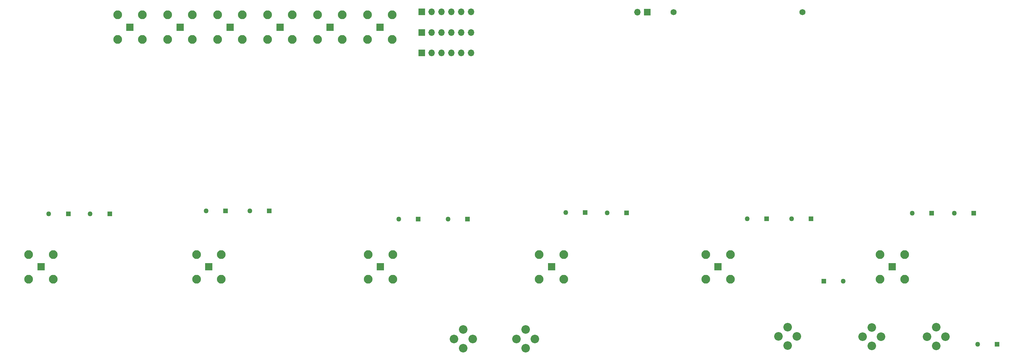
<source format=gbr>
%TF.GenerationSoftware,KiCad,Pcbnew,8.0.5*%
%TF.CreationDate,2024-11-15T20:54:06-05:00*%
%TF.ProjectId,amp_board_final,616d705f-626f-4617-9264-5f66696e616c,rev?*%
%TF.SameCoordinates,Original*%
%TF.FileFunction,Soldermask,Bot*%
%TF.FilePolarity,Negative*%
%FSLAX46Y46*%
G04 Gerber Fmt 4.6, Leading zero omitted, Abs format (unit mm)*
G04 Created by KiCad (PCBNEW 8.0.5) date 2024-11-15 20:54:06*
%MOMM*%
%LPD*%
G01*
G04 APERTURE LIST*
%ADD10C,2.209800*%
%ADD11R,1.275000X1.275000*%
%ADD12C,1.275000*%
%ADD13R,1.950000X1.950000*%
%ADD14C,2.250000*%
%ADD15R,1.700000X1.700000*%
%ADD16O,1.700000X1.700000*%
%ADD17C,1.575000*%
G04 APERTURE END LIST*
D10*
%TO.C,J8*%
X154381200Y-103924100D03*
X154381200Y-108699300D03*
X156768800Y-106311700D03*
X151993600Y-106311700D03*
%TD*%
D11*
%TO.C,C22*%
X47230000Y-74090000D03*
D12*
X42230000Y-74090000D03*
%TD*%
D11*
%TO.C,C10*%
X139398469Y-75438000D03*
D12*
X134398469Y-75438000D03*
%TD*%
D11*
%TO.C,C2*%
X231180000Y-91440000D03*
D12*
X236180000Y-91440000D03*
%TD*%
D13*
%TO.C,J13*%
X248818400Y-87731600D03*
D14*
X245643400Y-84556600D03*
X245643400Y-90906600D03*
X251993400Y-90906600D03*
X251993400Y-84556600D03*
%TD*%
D10*
%TO.C,J4*%
X138328400Y-103924100D03*
X138328400Y-108699300D03*
X140716000Y-106311700D03*
X135940800Y-106311700D03*
%TD*%
%TO.C,J2*%
X221843600Y-103263700D03*
X221843600Y-108038900D03*
X224231200Y-105651300D03*
X219456000Y-105651300D03*
%TD*%
D15*
%TO.C,J23*%
X127609600Y-22047200D03*
D16*
X130149600Y-22047200D03*
X132689600Y-22047200D03*
X135229600Y-22047200D03*
X137769600Y-22047200D03*
X140309600Y-22047200D03*
%TD*%
D13*
%TO.C,J5*%
X72796400Y-87731600D03*
D14*
X69621400Y-84556600D03*
X69621400Y-90906600D03*
X75971400Y-90906600D03*
X75971400Y-84556600D03*
%TD*%
D13*
%TO.C,J11*%
X203911200Y-87731600D03*
D14*
X200736200Y-84556600D03*
X200736200Y-90906600D03*
X207086200Y-90906600D03*
X207086200Y-84556600D03*
%TD*%
D15*
%TO.C,J12*%
X127630000Y-32630000D03*
D16*
X130170000Y-32630000D03*
X132710000Y-32630000D03*
X135250000Y-32630000D03*
X137790000Y-32630000D03*
X140330000Y-32630000D03*
%TD*%
D13*
%TO.C,J9*%
X161036000Y-87731600D03*
D14*
X157861000Y-84556600D03*
X157861000Y-90906600D03*
X164211000Y-90906600D03*
X164211000Y-84556600D03*
%TD*%
D15*
%TO.C,J10*%
X185679000Y-22098000D03*
D16*
X183139000Y-22098000D03*
%TD*%
D13*
%TO.C,J18*%
X91094560Y-25958800D03*
D14*
X94269560Y-29133800D03*
X94269560Y-22783800D03*
X87919560Y-22783800D03*
X87919560Y-29133800D03*
%TD*%
D13*
%TO.C,J15*%
X52476400Y-25958800D03*
D14*
X49301400Y-22783800D03*
X49301400Y-29133800D03*
X55651400Y-29133800D03*
X55651400Y-22783800D03*
%TD*%
D13*
%TO.C,J17*%
X78221840Y-25958800D03*
D14*
X81396840Y-29133800D03*
X81396840Y-22783800D03*
X75046840Y-22783800D03*
X75046840Y-29133800D03*
%TD*%
D15*
%TO.C,J21*%
X127630000Y-27338600D03*
D16*
X130170000Y-27338600D03*
X132710000Y-27338600D03*
X135250000Y-27338600D03*
X137790000Y-27338600D03*
X140330000Y-27338600D03*
%TD*%
D10*
%TO.C,J6*%
X260134100Y-103327200D03*
X260134100Y-108102400D03*
X262521700Y-105714800D03*
X257746500Y-105714800D03*
%TD*%
D13*
%TO.C,J7*%
X116992400Y-87731600D03*
D14*
X113817400Y-84556600D03*
X113817400Y-90906600D03*
X120167400Y-90906600D03*
X120167400Y-84556600D03*
%TD*%
D11*
%TO.C,C50*%
X216458800Y-75387200D03*
D12*
X211458800Y-75387200D03*
%TD*%
D11*
%TO.C,C44*%
X169672000Y-73761600D03*
D12*
X164672000Y-73761600D03*
%TD*%
D13*
%TO.C,J20*%
X116840000Y-25958800D03*
D14*
X120015000Y-29133800D03*
X120015000Y-22783800D03*
X113665000Y-22783800D03*
X113665000Y-29133800D03*
%TD*%
D11*
%TO.C,C52*%
X258950000Y-73890000D03*
D12*
X253950000Y-73890000D03*
%TD*%
D17*
%TO.C,R1*%
X192442500Y-22098000D03*
X225642500Y-22098000D03*
%TD*%
D13*
%TO.C,J19*%
X103967280Y-25958800D03*
D14*
X107142280Y-29133800D03*
X107142280Y-22783800D03*
X100792280Y-22783800D03*
X100792280Y-29133800D03*
%TD*%
D11*
%TO.C,C48*%
X36560000Y-74090000D03*
D12*
X31560000Y-74090000D03*
%TD*%
D11*
%TO.C,C40*%
X275804000Y-107696000D03*
D12*
X270804000Y-107696000D03*
%TD*%
D10*
%TO.C,J1*%
X243535200Y-103365300D03*
X243535200Y-108140500D03*
X245922800Y-105752900D03*
X241147600Y-105752900D03*
%TD*%
D11*
%TO.C,C38*%
X269800000Y-73890000D03*
D12*
X264800000Y-73890000D03*
%TD*%
D13*
%TO.C,J16*%
X65349120Y-25958800D03*
D14*
X62174120Y-22783800D03*
X62174120Y-29133800D03*
X68524120Y-29133800D03*
X68524120Y-22783800D03*
%TD*%
D11*
%TO.C,C34*%
X227899600Y-75387200D03*
D12*
X222899600Y-75387200D03*
%TD*%
D11*
%TO.C,C46*%
X77070000Y-73300000D03*
D12*
X72070000Y-73300000D03*
%TD*%
D11*
%TO.C,C26*%
X88310000Y-73300000D03*
D12*
X83310000Y-73300000D03*
%TD*%
D11*
%TO.C,C14*%
X180350800Y-73863200D03*
D12*
X175350800Y-73863200D03*
%TD*%
D11*
%TO.C,C42*%
X126655200Y-75438000D03*
D12*
X121655200Y-75438000D03*
%TD*%
D13*
%TO.C,J3*%
X29571100Y-87731600D03*
D14*
X26396100Y-84556600D03*
X26396100Y-90906600D03*
X32746100Y-90906600D03*
X32746100Y-84556600D03*
%TD*%
M02*

</source>
